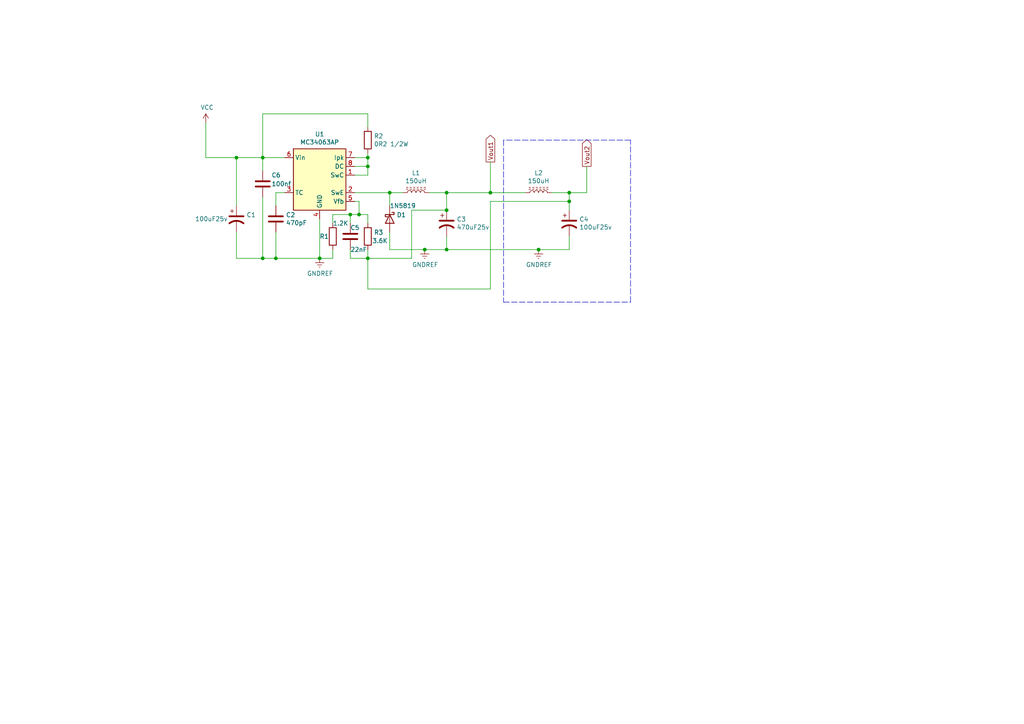
<source format=kicad_sch>
(kicad_sch (version 20211123) (generator eeschema)

  (uuid d0f1fbf4-8f6d-4ead-b8ba-a67f2fb2095d)

  (paper "A4")

  (lib_symbols
    (symbol "Device:C" (pin_numbers hide) (pin_names (offset 0.254)) (in_bom yes) (on_board yes)
      (property "Reference" "C" (id 0) (at 0.635 2.54 0)
        (effects (font (size 1.27 1.27)) (justify left))
      )
      (property "Value" "C" (id 1) (at 0.635 -2.54 0)
        (effects (font (size 1.27 1.27)) (justify left))
      )
      (property "Footprint" "" (id 2) (at 0.9652 -3.81 0)
        (effects (font (size 1.27 1.27)) hide)
      )
      (property "Datasheet" "~" (id 3) (at 0 0 0)
        (effects (font (size 1.27 1.27)) hide)
      )
      (property "ki_keywords" "cap capacitor" (id 4) (at 0 0 0)
        (effects (font (size 1.27 1.27)) hide)
      )
      (property "ki_description" "Unpolarized capacitor" (id 5) (at 0 0 0)
        (effects (font (size 1.27 1.27)) hide)
      )
      (property "ki_fp_filters" "C_*" (id 6) (at 0 0 0)
        (effects (font (size 1.27 1.27)) hide)
      )
      (symbol "C_0_1"
        (polyline
          (pts
            (xy -2.032 -0.762)
            (xy 2.032 -0.762)
          )
          (stroke (width 0.508) (type default) (color 0 0 0 0))
          (fill (type none))
        )
        (polyline
          (pts
            (xy -2.032 0.762)
            (xy 2.032 0.762)
          )
          (stroke (width 0.508) (type default) (color 0 0 0 0))
          (fill (type none))
        )
      )
      (symbol "C_1_1"
        (pin passive line (at 0 3.81 270) (length 2.794)
          (name "~" (effects (font (size 1.27 1.27))))
          (number "1" (effects (font (size 1.27 1.27))))
        )
        (pin passive line (at 0 -3.81 90) (length 2.794)
          (name "~" (effects (font (size 1.27 1.27))))
          (number "2" (effects (font (size 1.27 1.27))))
        )
      )
    )
    (symbol "Device:D_Schottky" (pin_numbers hide) (pin_names (offset 1.016) hide) (in_bom yes) (on_board yes)
      (property "Reference" "D" (id 0) (at 0 2.54 0)
        (effects (font (size 1.27 1.27)))
      )
      (property "Value" "D_Schottky" (id 1) (at 0 -2.54 0)
        (effects (font (size 1.27 1.27)))
      )
      (property "Footprint" "" (id 2) (at 0 0 0)
        (effects (font (size 1.27 1.27)) hide)
      )
      (property "Datasheet" "~" (id 3) (at 0 0 0)
        (effects (font (size 1.27 1.27)) hide)
      )
      (property "ki_keywords" "diode Schottky" (id 4) (at 0 0 0)
        (effects (font (size 1.27 1.27)) hide)
      )
      (property "ki_description" "Schottky diode" (id 5) (at 0 0 0)
        (effects (font (size 1.27 1.27)) hide)
      )
      (property "ki_fp_filters" "TO-???* *_Diode_* *SingleDiode* D_*" (id 6) (at 0 0 0)
        (effects (font (size 1.27 1.27)) hide)
      )
      (symbol "D_Schottky_0_1"
        (polyline
          (pts
            (xy 1.27 0)
            (xy -1.27 0)
          )
          (stroke (width 0) (type default) (color 0 0 0 0))
          (fill (type none))
        )
        (polyline
          (pts
            (xy 1.27 1.27)
            (xy 1.27 -1.27)
            (xy -1.27 0)
            (xy 1.27 1.27)
          )
          (stroke (width 0.254) (type default) (color 0 0 0 0))
          (fill (type none))
        )
        (polyline
          (pts
            (xy -1.905 0.635)
            (xy -1.905 1.27)
            (xy -1.27 1.27)
            (xy -1.27 -1.27)
            (xy -0.635 -1.27)
            (xy -0.635 -0.635)
          )
          (stroke (width 0.254) (type default) (color 0 0 0 0))
          (fill (type none))
        )
      )
      (symbol "D_Schottky_1_1"
        (pin passive line (at -3.81 0 0) (length 2.54)
          (name "K" (effects (font (size 1.27 1.27))))
          (number "1" (effects (font (size 1.27 1.27))))
        )
        (pin passive line (at 3.81 0 180) (length 2.54)
          (name "A" (effects (font (size 1.27 1.27))))
          (number "2" (effects (font (size 1.27 1.27))))
        )
      )
    )
    (symbol "Device:R" (pin_numbers hide) (pin_names (offset 0)) (in_bom yes) (on_board yes)
      (property "Reference" "R" (id 0) (at 2.032 0 90)
        (effects (font (size 1.27 1.27)))
      )
      (property "Value" "R" (id 1) (at 0 0 90)
        (effects (font (size 1.27 1.27)))
      )
      (property "Footprint" "" (id 2) (at -1.778 0 90)
        (effects (font (size 1.27 1.27)) hide)
      )
      (property "Datasheet" "~" (id 3) (at 0 0 0)
        (effects (font (size 1.27 1.27)) hide)
      )
      (property "ki_keywords" "R res resistor" (id 4) (at 0 0 0)
        (effects (font (size 1.27 1.27)) hide)
      )
      (property "ki_description" "Resistor" (id 5) (at 0 0 0)
        (effects (font (size 1.27 1.27)) hide)
      )
      (property "ki_fp_filters" "R_*" (id 6) (at 0 0 0)
        (effects (font (size 1.27 1.27)) hide)
      )
      (symbol "R_0_1"
        (rectangle (start -1.016 -2.54) (end 1.016 2.54)
          (stroke (width 0.254) (type default) (color 0 0 0 0))
          (fill (type none))
        )
      )
      (symbol "R_1_1"
        (pin passive line (at 0 3.81 270) (length 1.27)
          (name "~" (effects (font (size 1.27 1.27))))
          (number "1" (effects (font (size 1.27 1.27))))
        )
        (pin passive line (at 0 -3.81 90) (length 1.27)
          (name "~" (effects (font (size 1.27 1.27))))
          (number "2" (effects (font (size 1.27 1.27))))
        )
      )
    )
    (symbol "MC34063_Buck-rescue:CP1-Device" (pin_numbers hide) (pin_names (offset 0.254) hide) (in_bom yes) (on_board yes)
      (property "Reference" "C" (id 0) (at 0.635 2.54 0)
        (effects (font (size 1.27 1.27)) (justify left))
      )
      (property "Value" "CP1-Device" (id 1) (at 0.635 -2.54 0)
        (effects (font (size 1.27 1.27)) (justify left))
      )
      (property "Footprint" "" (id 2) (at 0 0 0)
        (effects (font (size 1.27 1.27)) hide)
      )
      (property "Datasheet" "" (id 3) (at 0 0 0)
        (effects (font (size 1.27 1.27)) hide)
      )
      (property "ki_fp_filters" "CP_*" (id 4) (at 0 0 0)
        (effects (font (size 1.27 1.27)) hide)
      )
      (symbol "CP1-Device_0_1"
        (polyline
          (pts
            (xy -2.032 0.762)
            (xy 2.032 0.762)
          )
          (stroke (width 0.508) (type default) (color 0 0 0 0))
          (fill (type none))
        )
        (polyline
          (pts
            (xy -1.778 2.286)
            (xy -0.762 2.286)
          )
          (stroke (width 0) (type default) (color 0 0 0 0))
          (fill (type none))
        )
        (polyline
          (pts
            (xy -1.27 1.778)
            (xy -1.27 2.794)
          )
          (stroke (width 0) (type default) (color 0 0 0 0))
          (fill (type none))
        )
        (arc (start 2.032 -1.27) (mid 0 -0.5572) (end -2.032 -1.27)
          (stroke (width 0.508) (type default) (color 0 0 0 0))
          (fill (type none))
        )
      )
      (symbol "CP1-Device_1_1"
        (pin passive line (at 0 3.81 270) (length 2.794)
          (name "~" (effects (font (size 1.27 1.27))))
          (number "1" (effects (font (size 1.27 1.27))))
        )
        (pin passive line (at 0 -3.81 90) (length 3.302)
          (name "~" (effects (font (size 1.27 1.27))))
          (number "2" (effects (font (size 1.27 1.27))))
        )
      )
    )
    (symbol "MC34063_Buck-rescue:L_Core_Ferrite-Device" (pin_numbers hide) (pin_names (offset 1.016) hide) (in_bom yes) (on_board yes)
      (property "Reference" "L" (id 0) (at -1.27 0 90)
        (effects (font (size 1.27 1.27)))
      )
      (property "Value" "L_Core_Ferrite-Device" (id 1) (at 2.794 0 90)
        (effects (font (size 1.27 1.27)))
      )
      (property "Footprint" "" (id 2) (at 0 0 0)
        (effects (font (size 1.27 1.27)) hide)
      )
      (property "Datasheet" "" (id 3) (at 0 0 0)
        (effects (font (size 1.27 1.27)) hide)
      )
      (property "ki_fp_filters" "Choke_* *Coil* Inductor_* L_*" (id 4) (at 0 0 0)
        (effects (font (size 1.27 1.27)) hide)
      )
      (symbol "L_Core_Ferrite-Device_0_1"
        (arc (start 0 -2.54) (mid 0.635 -1.905) (end 0 -1.27)
          (stroke (width 0) (type default) (color 0 0 0 0))
          (fill (type none))
        )
        (arc (start 0 -1.27) (mid 0.635 -0.635) (end 0 0)
          (stroke (width 0) (type default) (color 0 0 0 0))
          (fill (type none))
        )
        (polyline
          (pts
            (xy 1.016 -2.794)
            (xy 1.016 -2.286)
          )
          (stroke (width 0) (type default) (color 0 0 0 0))
          (fill (type none))
        )
        (polyline
          (pts
            (xy 1.016 -1.778)
            (xy 1.016 -1.27)
          )
          (stroke (width 0) (type default) (color 0 0 0 0))
          (fill (type none))
        )
        (polyline
          (pts
            (xy 1.016 -0.762)
            (xy 1.016 -0.254)
          )
          (stroke (width 0) (type default) (color 0 0 0 0))
          (fill (type none))
        )
        (polyline
          (pts
            (xy 1.016 0.254)
            (xy 1.016 0.762)
          )
          (stroke (width 0) (type default) (color 0 0 0 0))
          (fill (type none))
        )
        (polyline
          (pts
            (xy 1.016 1.27)
            (xy 1.016 1.778)
          )
          (stroke (width 0) (type default) (color 0 0 0 0))
          (fill (type none))
        )
        (polyline
          (pts
            (xy 1.016 2.286)
            (xy 1.016 2.794)
          )
          (stroke (width 0) (type default) (color 0 0 0 0))
          (fill (type none))
        )
        (polyline
          (pts
            (xy 1.524 -2.286)
            (xy 1.524 -2.794)
          )
          (stroke (width 0) (type default) (color 0 0 0 0))
          (fill (type none))
        )
        (polyline
          (pts
            (xy 1.524 -1.27)
            (xy 1.524 -1.778)
          )
          (stroke (width 0) (type default) (color 0 0 0 0))
          (fill (type none))
        )
        (polyline
          (pts
            (xy 1.524 -0.254)
            (xy 1.524 -0.762)
          )
          (stroke (width 0) (type default) (color 0 0 0 0))
          (fill (type none))
        )
        (polyline
          (pts
            (xy 1.524 0.762)
            (xy 1.524 0.254)
          )
          (stroke (width 0) (type default) (color 0 0 0 0))
          (fill (type none))
        )
        (polyline
          (pts
            (xy 1.524 1.778)
            (xy 1.524 1.27)
          )
          (stroke (width 0) (type default) (color 0 0 0 0))
          (fill (type none))
        )
        (polyline
          (pts
            (xy 1.524 2.794)
            (xy 1.524 2.286)
          )
          (stroke (width 0) (type default) (color 0 0 0 0))
          (fill (type none))
        )
        (arc (start 0 0) (mid 0.635 0.635) (end 0 1.27)
          (stroke (width 0) (type default) (color 0 0 0 0))
          (fill (type none))
        )
        (arc (start 0 1.27) (mid 0.635 1.905) (end 0 2.54)
          (stroke (width 0) (type default) (color 0 0 0 0))
          (fill (type none))
        )
      )
      (symbol "L_Core_Ferrite-Device_1_1"
        (pin passive line (at 0 3.81 270) (length 1.27)
          (name "1" (effects (font (size 1.27 1.27))))
          (number "1" (effects (font (size 1.27 1.27))))
        )
        (pin passive line (at 0 -3.81 90) (length 1.27)
          (name "2" (effects (font (size 1.27 1.27))))
          (number "2" (effects (font (size 1.27 1.27))))
        )
      )
    )
    (symbol "Regulator_Switching:MC34063AP" (in_bom yes) (on_board yes)
      (property "Reference" "U" (id 0) (at -7.62 8.89 0)
        (effects (font (size 1.27 1.27)) (justify left))
      )
      (property "Value" "MC34063AP" (id 1) (at 0 8.89 0)
        (effects (font (size 1.27 1.27)) (justify left))
      )
      (property "Footprint" "Package_DIP:DIP-8_W7.62mm" (id 2) (at 1.27 -11.43 0)
        (effects (font (size 1.27 1.27)) (justify left) hide)
      )
      (property "Datasheet" "http://www.onsemi.com/pub_link/Collateral/MC34063A-D.PDF" (id 3) (at 12.7 -2.54 0)
        (effects (font (size 1.27 1.27)) hide)
      )
      (property "ki_keywords" "smps buck boost inverting" (id 4) (at 0 0 0)
        (effects (font (size 1.27 1.27)) hide)
      )
      (property "ki_description" "1.5A, step-up/down/inverting switching regulator, 3-40V Vin, 100kHz, DIP-8" (id 5) (at 0 0 0)
        (effects (font (size 1.27 1.27)) hide)
      )
      (property "ki_fp_filters" "DIP*W7.62mm*" (id 6) (at 0 0 0)
        (effects (font (size 1.27 1.27)) hide)
      )
      (symbol "MC34063AP_0_1"
        (rectangle (start -7.62 7.62) (end 7.62 -10.16)
          (stroke (width 0.254) (type default) (color 0 0 0 0))
          (fill (type background))
        )
      )
      (symbol "MC34063AP_1_1"
        (pin open_collector line (at 10.16 0 180) (length 2.54)
          (name "SwC" (effects (font (size 1.27 1.27))))
          (number "1" (effects (font (size 1.27 1.27))))
        )
        (pin open_emitter line (at 10.16 -5.08 180) (length 2.54)
          (name "SwE" (effects (font (size 1.27 1.27))))
          (number "2" (effects (font (size 1.27 1.27))))
        )
        (pin passive line (at -10.16 -5.08 0) (length 2.54)
          (name "TC" (effects (font (size 1.27 1.27))))
          (number "3" (effects (font (size 1.27 1.27))))
        )
        (pin power_in line (at 0 -12.7 90) (length 2.54)
          (name "GND" (effects (font (size 1.27 1.27))))
          (number "4" (effects (font (size 1.27 1.27))))
        )
        (pin input line (at 10.16 -7.62 180) (length 2.54)
          (name "Vfb" (effects (font (size 1.27 1.27))))
          (number "5" (effects (font (size 1.27 1.27))))
        )
        (pin power_in line (at -10.16 5.08 0) (length 2.54)
          (name "Vin" (effects (font (size 1.27 1.27))))
          (number "6" (effects (font (size 1.27 1.27))))
        )
        (pin input line (at 10.16 5.08 180) (length 2.54)
          (name "Ipk" (effects (font (size 1.27 1.27))))
          (number "7" (effects (font (size 1.27 1.27))))
        )
        (pin open_collector line (at 10.16 2.54 180) (length 2.54)
          (name "DC" (effects (font (size 1.27 1.27))))
          (number "8" (effects (font (size 1.27 1.27))))
        )
      )
    )
    (symbol "power:GNDREF" (power) (pin_names (offset 0)) (in_bom yes) (on_board yes)
      (property "Reference" "#PWR" (id 0) (at 0 -6.35 0)
        (effects (font (size 1.27 1.27)) hide)
      )
      (property "Value" "GNDREF" (id 1) (at 0 -3.81 0)
        (effects (font (size 1.27 1.27)))
      )
      (property "Footprint" "" (id 2) (at 0 0 0)
        (effects (font (size 1.27 1.27)) hide)
      )
      (property "Datasheet" "" (id 3) (at 0 0 0)
        (effects (font (size 1.27 1.27)) hide)
      )
      (property "ki_keywords" "power-flag" (id 4) (at 0 0 0)
        (effects (font (size 1.27 1.27)) hide)
      )
      (property "ki_description" "Power symbol creates a global label with name \"GNDREF\" , reference supply ground" (id 5) (at 0 0 0)
        (effects (font (size 1.27 1.27)) hide)
      )
      (symbol "GNDREF_0_1"
        (polyline
          (pts
            (xy -0.635 -1.905)
            (xy 0.635 -1.905)
          )
          (stroke (width 0) (type default) (color 0 0 0 0))
          (fill (type none))
        )
        (polyline
          (pts
            (xy -0.127 -2.54)
            (xy 0.127 -2.54)
          )
          (stroke (width 0) (type default) (color 0 0 0 0))
          (fill (type none))
        )
        (polyline
          (pts
            (xy 0 -1.27)
            (xy 0 0)
          )
          (stroke (width 0) (type default) (color 0 0 0 0))
          (fill (type none))
        )
        (polyline
          (pts
            (xy 1.27 -1.27)
            (xy -1.27 -1.27)
          )
          (stroke (width 0) (type default) (color 0 0 0 0))
          (fill (type none))
        )
      )
      (symbol "GNDREF_1_1"
        (pin power_in line (at 0 0 270) (length 0) hide
          (name "GNDREF" (effects (font (size 1.27 1.27))))
          (number "1" (effects (font (size 1.27 1.27))))
        )
      )
    )
    (symbol "power:VCC" (power) (pin_names (offset 0)) (in_bom yes) (on_board yes)
      (property "Reference" "#PWR" (id 0) (at 0 -3.81 0)
        (effects (font (size 1.27 1.27)) hide)
      )
      (property "Value" "VCC" (id 1) (at 0 3.81 0)
        (effects (font (size 1.27 1.27)))
      )
      (property "Footprint" "" (id 2) (at 0 0 0)
        (effects (font (size 1.27 1.27)) hide)
      )
      (property "Datasheet" "" (id 3) (at 0 0 0)
        (effects (font (size 1.27 1.27)) hide)
      )
      (property "ki_keywords" "power-flag" (id 4) (at 0 0 0)
        (effects (font (size 1.27 1.27)) hide)
      )
      (property "ki_description" "Power symbol creates a global label with name \"VCC\"" (id 5) (at 0 0 0)
        (effects (font (size 1.27 1.27)) hide)
      )
      (symbol "VCC_0_1"
        (polyline
          (pts
            (xy -0.762 1.27)
            (xy 0 2.54)
          )
          (stroke (width 0) (type default) (color 0 0 0 0))
          (fill (type none))
        )
        (polyline
          (pts
            (xy 0 0)
            (xy 0 2.54)
          )
          (stroke (width 0) (type default) (color 0 0 0 0))
          (fill (type none))
        )
        (polyline
          (pts
            (xy 0 2.54)
            (xy 0.762 1.27)
          )
          (stroke (width 0) (type default) (color 0 0 0 0))
          (fill (type none))
        )
      )
      (symbol "VCC_1_1"
        (pin power_in line (at 0 0 90) (length 0) hide
          (name "VCC" (effects (font (size 1.27 1.27))))
          (number "1" (effects (font (size 1.27 1.27))))
        )
      )
    )
  )

  (junction (at 123.19 72.39) (diameter 0) (color 0 0 0 0)
    (uuid 12e56d93-7b5d-4950-bccb-f76b4ba953c4)
  )
  (junction (at 106.68 45.72) (diameter 0) (color 0 0 0 0)
    (uuid 27599685-ddea-4196-8e12-bc629624f35d)
  )
  (junction (at 142.24 55.88) (diameter 0) (color 0 0 0 0)
    (uuid 28d05f9c-13a6-4cf8-b21b-3466cc3aacba)
  )
  (junction (at 165.1 58.42) (diameter 0) (color 0 0 0 0)
    (uuid 2dc119f4-b872-498e-af83-aaec63c999de)
  )
  (junction (at 129.54 72.39) (diameter 0) (color 0 0 0 0)
    (uuid 2dea36b7-9768-442e-93c0-6c59709b1199)
  )
  (junction (at 76.2 45.72) (diameter 0) (color 0 0 0 0)
    (uuid 3fe682f9-4785-428d-ab79-87aa02ae821c)
  )
  (junction (at 156.21 72.39) (diameter 0) (color 0 0 0 0)
    (uuid 4236ded3-45d4-48e6-8e7f-e2c514619b20)
  )
  (junction (at 80.01 74.93) (diameter 0) (color 0 0 0 0)
    (uuid 4d874db1-8804-4e1f-8344-a1af50c5da8e)
  )
  (junction (at 104.14 62.23) (diameter 0) (color 0 0 0 0)
    (uuid 5e9f5754-38e2-4e73-9977-cd2b3eac7e2e)
  )
  (junction (at 101.6 62.23) (diameter 0) (color 0 0 0 0)
    (uuid 65b49179-e04e-44a3-a7b9-1a12b90405b1)
  )
  (junction (at 106.68 74.93) (diameter 0) (color 0 0 0 0)
    (uuid 75cec920-a866-4836-bced-ab746f8eb95d)
  )
  (junction (at 76.2 74.93) (diameter 0) (color 0 0 0 0)
    (uuid 843bd724-4630-4850-8ced-469be419d000)
  )
  (junction (at 165.1 55.88) (diameter 0) (color 0 0 0 0)
    (uuid aa311872-45eb-4f62-8d64-056aa2ccf8fb)
  )
  (junction (at 129.54 60.96) (diameter 0) (color 0 0 0 0)
    (uuid b87026a4-d28d-4bcd-ab17-4c8fdd158b0c)
  )
  (junction (at 68.58 45.72) (diameter 0) (color 0 0 0 0)
    (uuid b92a492e-5627-47b1-bec0-a609a8265f61)
  )
  (junction (at 106.68 48.26) (diameter 0) (color 0 0 0 0)
    (uuid ca7b40f6-62e2-4a3a-8035-2f5b17c0f04c)
  )
  (junction (at 113.03 55.88) (diameter 0) (color 0 0 0 0)
    (uuid ce91095a-c72d-4f69-8e1c-87af28511ef6)
  )
  (junction (at 129.54 55.88) (diameter 0) (color 0 0 0 0)
    (uuid de72bf49-7318-47e0-93a1-49663b5e6e95)
  )
  (junction (at 92.71 74.93) (diameter 0) (color 0 0 0 0)
    (uuid fa4c4070-1c97-4dd1-a97b-cc4a8adeda93)
  )

  (wire (pts (xy 76.2 49.53) (xy 76.2 45.72))
    (stroke (width 0) (type default) (color 0 0 0 0))
    (uuid 0035a027-e7ab-4e5d-8be0-080bb70214d3)
  )
  (wire (pts (xy 96.52 72.39) (xy 96.52 74.93))
    (stroke (width 0) (type default) (color 0 0 0 0))
    (uuid 00a58bab-651e-4631-9689-aea37374d021)
  )
  (wire (pts (xy 129.54 72.39) (xy 123.19 72.39))
    (stroke (width 0) (type default) (color 0 0 0 0))
    (uuid 050fc336-cea6-45b0-835a-7e1ba7ca71f4)
  )
  (wire (pts (xy 104.14 62.23) (xy 106.68 62.23))
    (stroke (width 0) (type default) (color 0 0 0 0))
    (uuid 0bd26d31-4a05-4abf-86a6-883afa578101)
  )
  (wire (pts (xy 119.38 74.93) (xy 106.68 74.93))
    (stroke (width 0) (type default) (color 0 0 0 0))
    (uuid 0f83aaff-5306-4f50-806c-73a7d99c245e)
  )
  (wire (pts (xy 165.1 68.58) (xy 165.1 72.39))
    (stroke (width 0) (type default) (color 0 0 0 0))
    (uuid 1ff152e6-16f7-455d-87d8-2fd2415d0ee5)
  )
  (wire (pts (xy 142.24 55.88) (xy 152.4 55.88))
    (stroke (width 0) (type default) (color 0 0 0 0))
    (uuid 2273d4ab-5197-43b6-a26b-49f84edb98a4)
  )
  (wire (pts (xy 106.68 44.45) (xy 106.68 45.72))
    (stroke (width 0) (type default) (color 0 0 0 0))
    (uuid 25ef33b3-38d0-4866-aa90-dcdc3899fe7a)
  )
  (wire (pts (xy 142.24 58.42) (xy 142.24 83.82))
    (stroke (width 0) (type default) (color 0 0 0 0))
    (uuid 2b36a58a-7074-4ccc-8f76-09b66fe996d2)
  )
  (wire (pts (xy 116.84 55.88) (xy 113.03 55.88))
    (stroke (width 0) (type default) (color 0 0 0 0))
    (uuid 3063488d-3945-44ba-892b-0842ede60884)
  )
  (wire (pts (xy 76.2 45.72) (xy 76.2 33.02))
    (stroke (width 0) (type default) (color 0 0 0 0))
    (uuid 33b2ecd3-fb75-4273-bfef-4bbb162af966)
  )
  (wire (pts (xy 170.18 55.88) (xy 165.1 55.88))
    (stroke (width 0) (type default) (color 0 0 0 0))
    (uuid 36c44896-0e35-4796-8958-68234615426e)
  )
  (wire (pts (xy 129.54 68.58) (xy 129.54 72.39))
    (stroke (width 0) (type default) (color 0 0 0 0))
    (uuid 3c5b9adb-d596-4716-9b7a-ec633f33d4ac)
  )
  (wire (pts (xy 101.6 62.23) (xy 104.14 62.23))
    (stroke (width 0) (type default) (color 0 0 0 0))
    (uuid 3faa46c7-4c6e-4b68-bae3-ea544de938ea)
  )
  (wire (pts (xy 113.03 55.88) (xy 102.87 55.88))
    (stroke (width 0) (type default) (color 0 0 0 0))
    (uuid 45b2c12c-b246-49af-9dab-08a5bbee69de)
  )
  (wire (pts (xy 106.68 83.82) (xy 106.68 74.93))
    (stroke (width 0) (type default) (color 0 0 0 0))
    (uuid 46a7b7f2-d2ae-4e4a-b442-b0487b26a97d)
  )
  (wire (pts (xy 160.02 55.88) (xy 165.1 55.88))
    (stroke (width 0) (type default) (color 0 0 0 0))
    (uuid 4a3d575c-041a-4c9d-be77-35e0707c798f)
  )
  (wire (pts (xy 96.52 74.93) (xy 92.71 74.93))
    (stroke (width 0) (type default) (color 0 0 0 0))
    (uuid 4b285ee0-9049-4d0a-ae59-b0e35170bd21)
  )
  (wire (pts (xy 165.1 55.88) (xy 165.1 58.42))
    (stroke (width 0) (type default) (color 0 0 0 0))
    (uuid 4f16f74e-2c73-4e12-8876-02731882f2ae)
  )
  (wire (pts (xy 92.71 63.5) (xy 92.71 74.93))
    (stroke (width 0) (type default) (color 0 0 0 0))
    (uuid 4feb3ae3-b8a1-4b2a-b043-a70531146249)
  )
  (wire (pts (xy 104.14 58.42) (xy 104.14 62.23))
    (stroke (width 0) (type default) (color 0 0 0 0))
    (uuid 578e3e0d-ed80-4338-b900-ccb814623225)
  )
  (wire (pts (xy 124.46 55.88) (xy 129.54 55.88))
    (stroke (width 0) (type default) (color 0 0 0 0))
    (uuid 5a866e41-a401-4a8c-b0e8-61865396e590)
  )
  (wire (pts (xy 101.6 64.77) (xy 101.6 62.23))
    (stroke (width 0) (type default) (color 0 0 0 0))
    (uuid 5a948daf-4e80-4282-b08c-9327747f6087)
  )
  (wire (pts (xy 106.68 48.26) (xy 106.68 45.72))
    (stroke (width 0) (type default) (color 0 0 0 0))
    (uuid 60691bff-f2be-42ad-9d6c-64d7c8d4fcac)
  )
  (wire (pts (xy 129.54 55.88) (xy 142.24 55.88))
    (stroke (width 0) (type default) (color 0 0 0 0))
    (uuid 632c27f2-02ef-499f-bcdc-a285da0818b5)
  )
  (wire (pts (xy 106.68 33.02) (xy 106.68 36.83))
    (stroke (width 0) (type default) (color 0 0 0 0))
    (uuid 65092f71-8106-4019-8b16-5f2ea48b1fec)
  )
  (wire (pts (xy 165.1 58.42) (xy 165.1 60.96))
    (stroke (width 0) (type default) (color 0 0 0 0))
    (uuid 656f3886-b9c4-40dc-8000-9e9187cd1575)
  )
  (wire (pts (xy 113.03 72.39) (xy 113.03 67.31))
    (stroke (width 0) (type default) (color 0 0 0 0))
    (uuid 70cfbda4-20ec-414e-aa2f-f60232b4ac57)
  )
  (wire (pts (xy 142.24 83.82) (xy 106.68 83.82))
    (stroke (width 0) (type default) (color 0 0 0 0))
    (uuid 73aa1ab1-1e1e-4a0c-9d63-1dc463e18c56)
  )
  (wire (pts (xy 96.52 64.77) (xy 96.52 62.23))
    (stroke (width 0) (type default) (color 0 0 0 0))
    (uuid 7dc66316-c407-458b-ae75-0f13639097ad)
  )
  (wire (pts (xy 113.03 59.69) (xy 113.03 55.88))
    (stroke (width 0) (type default) (color 0 0 0 0))
    (uuid 7e594913-9e48-43aa-ac39-a21213962115)
  )
  (wire (pts (xy 76.2 33.02) (xy 106.68 33.02))
    (stroke (width 0) (type default) (color 0 0 0 0))
    (uuid 8875b0da-889e-4a8e-9168-67738953776c)
  )
  (wire (pts (xy 165.1 58.42) (xy 142.24 58.42))
    (stroke (width 0) (type default) (color 0 0 0 0))
    (uuid 88ea0501-dadf-47ec-a6f2-c82265945446)
  )
  (wire (pts (xy 101.6 72.39) (xy 101.6 74.93))
    (stroke (width 0) (type default) (color 0 0 0 0))
    (uuid 8a2615b4-25f6-4882-a13f-b791faf28c18)
  )
  (wire (pts (xy 106.68 64.77) (xy 106.68 62.23))
    (stroke (width 0) (type default) (color 0 0 0 0))
    (uuid 8b156243-6c78-4656-b041-0e3e35215070)
  )
  (wire (pts (xy 68.58 59.69) (xy 68.58 45.72))
    (stroke (width 0) (type default) (color 0 0 0 0))
    (uuid 8bbc94bd-6485-4173-974b-36ad2d3f5d34)
  )
  (wire (pts (xy 129.54 60.96) (xy 119.38 60.96))
    (stroke (width 0) (type default) (color 0 0 0 0))
    (uuid 93665abb-8e3c-4c04-811b-c75d80f8b923)
  )
  (wire (pts (xy 80.01 55.88) (xy 80.01 59.69))
    (stroke (width 0) (type default) (color 0 0 0 0))
    (uuid 9afb2922-5ad7-473b-b160-de3809907d3b)
  )
  (wire (pts (xy 106.68 50.8) (xy 106.68 48.26))
    (stroke (width 0) (type default) (color 0 0 0 0))
    (uuid 9d1f77e8-a150-4771-b303-3f61ac8b37f7)
  )
  (wire (pts (xy 170.18 48.26) (xy 170.18 55.88))
    (stroke (width 0) (type default) (color 0 0 0 0))
    (uuid a0a57ef9-9ea4-4071-8b0c-858c8dcf4d13)
  )
  (wire (pts (xy 76.2 57.15) (xy 76.2 74.93))
    (stroke (width 0) (type default) (color 0 0 0 0))
    (uuid a3200913-98c4-46e8-b72b-e726e23e370d)
  )
  (polyline (pts (xy 146.05 87.63) (xy 182.88 87.63))
    (stroke (width 0) (type default) (color 0 0 0 0))
    (uuid a3d20dde-6e2b-48d7-96fc-831c38ab2782)
  )

  (wire (pts (xy 80.01 67.31) (xy 80.01 74.93))
    (stroke (width 0) (type default) (color 0 0 0 0))
    (uuid a555e05d-2709-48e3-a98c-371272c6ae9a)
  )
  (polyline (pts (xy 182.88 87.63) (xy 182.88 40.64))
    (stroke (width 0) (type default) (color 0 0 0 0))
    (uuid a8977f1e-3ba1-42f3-8a22-6648e1ec1ff3)
  )

  (wire (pts (xy 102.87 58.42) (xy 104.14 58.42))
    (stroke (width 0) (type default) (color 0 0 0 0))
    (uuid b2c397af-0f41-44f0-813d-95ff00be085b)
  )
  (wire (pts (xy 96.52 62.23) (xy 101.6 62.23))
    (stroke (width 0) (type default) (color 0 0 0 0))
    (uuid ba796691-1669-4a60-9187-6d925fa63dfc)
  )
  (wire (pts (xy 82.55 45.72) (xy 76.2 45.72))
    (stroke (width 0) (type default) (color 0 0 0 0))
    (uuid bd7ae477-5db4-4e0e-896a-a51f6880d6b1)
  )
  (wire (pts (xy 119.38 60.96) (xy 119.38 74.93))
    (stroke (width 0) (type default) (color 0 0 0 0))
    (uuid be73eafd-f1ed-4fb8-a040-f43ffc7c3402)
  )
  (polyline (pts (xy 146.05 40.64) (xy 146.05 87.63))
    (stroke (width 0) (type default) (color 0 0 0 0))
    (uuid be80c6f5-99f2-46c2-9630-ab1dbdb03f0e)
  )

  (wire (pts (xy 80.01 74.93) (xy 92.71 74.93))
    (stroke (width 0) (type default) (color 0 0 0 0))
    (uuid c1225987-69c8-4794-be14-94bef1e9c65b)
  )
  (wire (pts (xy 59.69 35.56) (xy 59.69 45.72))
    (stroke (width 0) (type default) (color 0 0 0 0))
    (uuid c1a45ab8-22a7-4cd7-b7dc-7dd615bb59bf)
  )
  (wire (pts (xy 156.21 72.39) (xy 129.54 72.39))
    (stroke (width 0) (type default) (color 0 0 0 0))
    (uuid c52cd0c0-c74a-4cb9-a3b1-c9047698aa1c)
  )
  (wire (pts (xy 106.68 45.72) (xy 102.87 45.72))
    (stroke (width 0) (type default) (color 0 0 0 0))
    (uuid ca72515d-6568-4a9f-9045-c9971ac178d9)
  )
  (polyline (pts (xy 182.88 40.64) (xy 146.05 40.64))
    (stroke (width 0) (type default) (color 0 0 0 0))
    (uuid cef4b91e-5964-4c2b-88ab-88b7307865b5)
  )

  (wire (pts (xy 68.58 67.31) (xy 68.58 74.93))
    (stroke (width 0) (type default) (color 0 0 0 0))
    (uuid d20b51dd-ab10-4dba-ac59-d2f5ad9f8659)
  )
  (wire (pts (xy 123.19 72.39) (xy 113.03 72.39))
    (stroke (width 0) (type default) (color 0 0 0 0))
    (uuid d8b020ee-9eb9-4e33-9cd1-fd95d372fd2c)
  )
  (wire (pts (xy 102.87 50.8) (xy 106.68 50.8))
    (stroke (width 0) (type default) (color 0 0 0 0))
    (uuid da4c105c-ac64-432a-a2da-9ad9438b3329)
  )
  (wire (pts (xy 101.6 74.93) (xy 106.68 74.93))
    (stroke (width 0) (type default) (color 0 0 0 0))
    (uuid dbb138d5-e761-47fd-9dab-b52f59f2fbbe)
  )
  (wire (pts (xy 59.69 45.72) (xy 68.58 45.72))
    (stroke (width 0) (type default) (color 0 0 0 0))
    (uuid e125b25a-0e17-4695-b517-78eab1a28691)
  )
  (wire (pts (xy 106.68 74.93) (xy 106.68 72.39))
    (stroke (width 0) (type default) (color 0 0 0 0))
    (uuid ebe09a15-f59c-473d-939b-803971f3e1b6)
  )
  (wire (pts (xy 82.55 55.88) (xy 80.01 55.88))
    (stroke (width 0) (type default) (color 0 0 0 0))
    (uuid ee6fc9f1-6ec3-463b-9c2c-a3c3fdc57408)
  )
  (wire (pts (xy 68.58 45.72) (xy 76.2 45.72))
    (stroke (width 0) (type default) (color 0 0 0 0))
    (uuid f529d6f8-e6c2-441e-b6bd-454720bbc020)
  )
  (wire (pts (xy 76.2 74.93) (xy 80.01 74.93))
    (stroke (width 0) (type default) (color 0 0 0 0))
    (uuid f9d5e170-4c44-468d-b628-9c2b3285d097)
  )
  (wire (pts (xy 142.24 46.99) (xy 142.24 55.88))
    (stroke (width 0) (type default) (color 0 0 0 0))
    (uuid fb2c69df-bf1a-4289-828f-6f9e2f840171)
  )
  (wire (pts (xy 68.58 74.93) (xy 76.2 74.93))
    (stroke (width 0) (type default) (color 0 0 0 0))
    (uuid fbefa9b9-ec14-4b7d-a7f1-fac4f6ba609a)
  )
  (wire (pts (xy 165.1 72.39) (xy 156.21 72.39))
    (stroke (width 0) (type default) (color 0 0 0 0))
    (uuid fbff2e54-e420-482d-8284-a35088bdfc86)
  )
  (wire (pts (xy 102.87 48.26) (xy 106.68 48.26))
    (stroke (width 0) (type default) (color 0 0 0 0))
    (uuid fc2a812b-f565-4355-8706-38df9f8c54a9)
  )
  (wire (pts (xy 129.54 55.88) (xy 129.54 60.96))
    (stroke (width 0) (type default) (color 0 0 0 0))
    (uuid fd7d1d31-00e6-46ca-a17d-b87c15351102)
  )

  (global_label "Vout2" (shape output) (at 170.18 48.26 90) (fields_autoplaced)
    (effects (font (size 1.27 1.27)) (justify left))
    (uuid 3e077725-95db-4025-9929-c01e68485156)
    (property "Intersheet References" "${INTERSHEET_REFS}" (id 0) (at 0 0 0)
      (effects (font (size 1.27 1.27)) hide)
    )
  )
  (global_label "Vout1" (shape output) (at 142.24 46.99 90) (fields_autoplaced)
    (effects (font (size 1.27 1.27)) (justify left))
    (uuid 85162119-526e-4a79-a805-af3a693169f0)
    (property "Intersheet References" "${INTERSHEET_REFS}" (id 0) (at 0 0 0)
      (effects (font (size 1.27 1.27)) hide)
    )
  )

  (symbol (lib_id "Regulator_Switching:MC34063AP") (at 92.71 50.8 0) (unit 1)
    (in_bom yes) (on_board yes)
    (uuid 00000000-0000-0000-0000-000062bf1c4a)
    (property "Reference" "U1" (id 0) (at 92.71 38.9382 0))
    (property "Value" "MC34063AP" (id 1) (at 92.71 41.2496 0))
    (property "Footprint" "Power_Integrations:PDIP-8" (id 2) (at 93.98 62.23 0)
      (effects (font (size 1.27 1.27)) (justify left) hide)
    )
    (property "Datasheet" "http://www.onsemi.com/pub_link/Collateral/MC34063A-D.PDF" (id 3) (at 105.41 53.34 0)
      (effects (font (size 1.27 1.27)) hide)
    )
    (pin "1" (uuid 32fbeddb-a6b4-44fc-aa17-ae6682426271))
    (pin "2" (uuid 75bf8e11-671d-41c9-8989-b90b99ed60e6))
    (pin "3" (uuid 4fa0ac28-ce73-4058-8570-5ffcb2b97cbb))
    (pin "4" (uuid c9e28ced-08d8-4dc3-955c-1f5513d9e2b5))
    (pin "5" (uuid e06cd1fe-11fc-408d-b68e-cec1c7b01cf2))
    (pin "6" (uuid 305e49c3-1ae6-43c3-9e9b-ed82f03cba8f))
    (pin "7" (uuid 6399d631-eb57-478f-a0f0-3ee60143296b))
    (pin "8" (uuid ddfd30af-cd04-4e05-bf4b-02d09fef9e41))
  )

  (symbol (lib_id "Device:R") (at 106.68 40.64 0) (unit 1)
    (in_bom yes) (on_board yes)
    (uuid 00000000-0000-0000-0000-000062bf2682)
    (property "Reference" "R2" (id 0) (at 108.458 39.4716 0)
      (effects (font (size 1.27 1.27)) (justify left))
    )
    (property "Value" "0R2 1/2W" (id 1) (at 108.458 41.783 0)
      (effects (font (size 1.27 1.27)) (justify left))
    )
    (property "Footprint" "Resistors_ThroughHole:R_Axial_DIN0411_L9.9mm_D3.6mm_P5.08mm_Vertical" (id 2) (at 104.902 40.64 90)
      (effects (font (size 1.27 1.27)) hide)
    )
    (property "Datasheet" "~" (id 3) (at 106.68 40.64 0)
      (effects (font (size 1.27 1.27)) hide)
    )
    (pin "1" (uuid 15920984-17c4-4412-a55e-93136c302f7b))
    (pin "2" (uuid c9431389-803b-4782-942b-8b98810bd4c6))
  )

  (symbol (lib_id "Device:R") (at 96.52 68.58 0) (unit 1)
    (in_bom yes) (on_board yes)
    (uuid 00000000-0000-0000-0000-000062bf2d43)
    (property "Reference" "R1" (id 0) (at 92.71 68.58 0)
      (effects (font (size 1.27 1.27)) (justify left))
    )
    (property "Value" "1.2K" (id 1) (at 96.52 64.77 0)
      (effects (font (size 1.27 1.27)) (justify left))
    )
    (property "Footprint" "Resistors_ThroughHole:R_Axial_DIN0204_L3.6mm_D1.6mm_P7.62mm_Horizontal" (id 2) (at 94.742 68.58 90)
      (effects (font (size 1.27 1.27)) hide)
    )
    (property "Datasheet" "~" (id 3) (at 96.52 68.58 0)
      (effects (font (size 1.27 1.27)) hide)
    )
    (pin "1" (uuid f667d8a9-0fdb-4194-a20b-ff9f943d8dfe))
    (pin "2" (uuid 4c5bcb0d-d2f6-45de-a8f3-ea3db7403ff8))
  )

  (symbol (lib_id "Device:R") (at 106.68 68.58 0) (unit 1)
    (in_bom yes) (on_board yes)
    (uuid 00000000-0000-0000-0000-000062bf378b)
    (property "Reference" "R3" (id 0) (at 108.458 67.4116 0)
      (effects (font (size 1.27 1.27)) (justify left))
    )
    (property "Value" "3.6K" (id 1) (at 107.95 69.85 0)
      (effects (font (size 1.27 1.27)) (justify left))
    )
    (property "Footprint" "Resistors_ThroughHole:R_Axial_DIN0204_L3.6mm_D1.6mm_P7.62mm_Horizontal" (id 2) (at 104.902 68.58 90)
      (effects (font (size 1.27 1.27)) hide)
    )
    (property "Datasheet" "~" (id 3) (at 106.68 68.58 0)
      (effects (font (size 1.27 1.27)) hide)
    )
    (pin "1" (uuid baf78977-6b96-439c-826f-19a4029ec3bb))
    (pin "2" (uuid 33a3c61d-8636-4c19-82fe-c718a1750058))
  )

  (symbol (lib_id "power:VCC") (at 59.69 35.56 0) (unit 1)
    (in_bom yes) (on_board yes)
    (uuid 00000000-0000-0000-0000-000062bf47d7)
    (property "Reference" "#PWR0101" (id 0) (at 59.69 39.37 0)
      (effects (font (size 1.27 1.27)) hide)
    )
    (property "Value" "VCC" (id 1) (at 60.071 31.1658 0))
    (property "Footprint" "" (id 2) (at 59.69 35.56 0)
      (effects (font (size 1.27 1.27)) hide)
    )
    (property "Datasheet" "" (id 3) (at 59.69 35.56 0)
      (effects (font (size 1.27 1.27)) hide)
    )
    (pin "1" (uuid 9a252d75-adba-4b97-b78e-11559145c72e))
  )

  (symbol (lib_id "Device:C") (at 80.01 63.5 0) (unit 1)
    (in_bom yes) (on_board yes)
    (uuid 00000000-0000-0000-0000-000062bf559e)
    (property "Reference" "C2" (id 0) (at 82.931 62.3316 0)
      (effects (font (size 1.27 1.27)) (justify left))
    )
    (property "Value" "470pF" (id 1) (at 82.931 64.643 0)
      (effects (font (size 1.27 1.27)) (justify left))
    )
    (property "Footprint" "Capacitors_ThroughHole:C_Disc_D3.0mm_W1.6mm_P2.50mm" (id 2) (at 80.9752 67.31 0)
      (effects (font (size 1.27 1.27)) hide)
    )
    (property "Datasheet" "~" (id 3) (at 80.01 63.5 0)
      (effects (font (size 1.27 1.27)) hide)
    )
    (pin "1" (uuid 3d9227ee-93e7-422d-8b7a-a263c5fa584c))
    (pin "2" (uuid e9c98d99-98db-46a7-aef9-e116e5fd1a39))
  )

  (symbol (lib_id "MC34063_Buck-rescue:CP1-Device") (at 68.58 63.5 0) (unit 1)
    (in_bom yes) (on_board yes)
    (uuid 00000000-0000-0000-0000-000062bf5cba)
    (property "Reference" "C1" (id 0) (at 71.501 62.3316 0)
      (effects (font (size 1.27 1.27)) (justify left))
    )
    (property "Value" "100uF25v" (id 1) (at 66.04 63.5 0)
      (effects (font (size 1.27 1.27)) (justify right))
    )
    (property "Footprint" "Capacitors_ThroughHole:CP_Radial_D10.0mm_P5.00mm" (id 2) (at 68.58 63.5 0)
      (effects (font (size 1.27 1.27)) hide)
    )
    (property "Datasheet" "~" (id 3) (at 68.58 63.5 0)
      (effects (font (size 1.27 1.27)) hide)
    )
    (pin "1" (uuid 3ba780f8-877c-4271-8f2a-6d0362fee8e2))
    (pin "2" (uuid f932dafe-a0c3-43c9-8127-f08a042c72ea))
  )

  (symbol (lib_id "MC34063_Buck-rescue:CP1-Device") (at 165.1 64.77 0) (unit 1)
    (in_bom yes) (on_board yes)
    (uuid 00000000-0000-0000-0000-000062bf6390)
    (property "Reference" "C4" (id 0) (at 168.021 63.6016 0)
      (effects (font (size 1.27 1.27)) (justify left))
    )
    (property "Value" "100uF25v" (id 1) (at 168.021 65.913 0)
      (effects (font (size 1.27 1.27)) (justify left))
    )
    (property "Footprint" "Capacitors_ThroughHole:CP_Radial_D10.0mm_P5.00mm" (id 2) (at 165.1 64.77 0)
      (effects (font (size 1.27 1.27)) hide)
    )
    (property "Datasheet" "~" (id 3) (at 165.1 64.77 0)
      (effects (font (size 1.27 1.27)) hide)
    )
    (pin "1" (uuid 8a770314-747a-4b12-8830-dc2d13eaf009))
    (pin "2" (uuid f74b16f9-65e0-445c-9104-997f67559f5a))
  )

  (symbol (lib_id "MC34063_Buck-rescue:CP1-Device") (at 129.54 64.77 0) (unit 1)
    (in_bom yes) (on_board yes)
    (uuid 00000000-0000-0000-0000-000062bf67e2)
    (property "Reference" "C3" (id 0) (at 132.461 63.6016 0)
      (effects (font (size 1.27 1.27)) (justify left))
    )
    (property "Value" "470uF25v" (id 1) (at 132.461 65.913 0)
      (effects (font (size 1.27 1.27)) (justify left))
    )
    (property "Footprint" "Capacitors_ThroughHole:CP_Radial_D10.0mm_P5.00mm" (id 2) (at 129.54 64.77 0)
      (effects (font (size 1.27 1.27)) hide)
    )
    (property "Datasheet" "~" (id 3) (at 129.54 64.77 0)
      (effects (font (size 1.27 1.27)) hide)
    )
    (pin "1" (uuid 5038bfbb-e6d3-4c3f-a29f-56184cadbd8f))
    (pin "2" (uuid 6a327b31-c17d-42ee-8a20-a5f5d9b72f46))
  )

  (symbol (lib_id "Device:D_Schottky") (at 113.03 63.5 270) (unit 1)
    (in_bom yes) (on_board yes)
    (uuid 00000000-0000-0000-0000-000062bf6ed1)
    (property "Reference" "D1" (id 0) (at 115.062 62.3316 90)
      (effects (font (size 1.27 1.27)) (justify left))
    )
    (property "Value" "1N5819" (id 1) (at 113.03 59.69 90)
      (effects (font (size 1.27 1.27)) (justify left))
    )
    (property "Footprint" "Diodes_ThroughHole:D_5W_P5.08mm_Vertical_AnodeUp" (id 2) (at 113.03 63.5 0)
      (effects (font (size 1.27 1.27)) hide)
    )
    (property "Datasheet" "~" (id 3) (at 113.03 63.5 0)
      (effects (font (size 1.27 1.27)) hide)
    )
    (pin "1" (uuid e5145fb2-48fb-4fe6-a738-67f27ee2de03))
    (pin "2" (uuid ea71a9e8-396b-47fc-8334-0e3d9b4d67ea))
  )

  (symbol (lib_id "MC34063_Buck-rescue:L_Core_Ferrite-Device") (at 120.65 55.88 90) (unit 1)
    (in_bom yes) (on_board yes)
    (uuid 00000000-0000-0000-0000-000062bf789f)
    (property "Reference" "L1" (id 0) (at 120.65 50.165 90))
    (property "Value" "150uH" (id 1) (at 120.65 52.4764 90))
    (property "Footprint" "Inductors:INDUCTOR_V" (id 2) (at 120.65 55.88 0)
      (effects (font (size 1.27 1.27)) hide)
    )
    (property "Datasheet" "~" (id 3) (at 120.65 55.88 0)
      (effects (font (size 1.27 1.27)) hide)
    )
    (pin "1" (uuid 5bae6073-ed15-4b11-b059-df3363ec6b31))
    (pin "2" (uuid 6b63d4c5-a10c-4ebb-aead-8e0bf824bfe6))
  )

  (symbol (lib_id "power:GNDREF") (at 92.71 74.93 0) (unit 1)
    (in_bom yes) (on_board yes)
    (uuid 00000000-0000-0000-0000-000062c0503f)
    (property "Reference" "#PWR0102" (id 0) (at 92.71 81.28 0)
      (effects (font (size 1.27 1.27)) hide)
    )
    (property "Value" "GNDREF" (id 1) (at 92.837 79.3242 0))
    (property "Footprint" "" (id 2) (at 92.71 74.93 0)
      (effects (font (size 1.27 1.27)) hide)
    )
    (property "Datasheet" "" (id 3) (at 92.71 74.93 0)
      (effects (font (size 1.27 1.27)) hide)
    )
    (pin "1" (uuid c2a916c9-631a-4a50-8fa5-49d035f236ed))
  )

  (symbol (lib_id "power:GNDREF") (at 123.19 72.39 0) (unit 1)
    (in_bom yes) (on_board yes)
    (uuid 00000000-0000-0000-0000-000062c052df)
    (property "Reference" "#PWR0103" (id 0) (at 123.19 78.74 0)
      (effects (font (size 1.27 1.27)) hide)
    )
    (property "Value" "GNDREF" (id 1) (at 123.317 76.7842 0))
    (property "Footprint" "" (id 2) (at 123.19 72.39 0)
      (effects (font (size 1.27 1.27)) hide)
    )
    (property "Datasheet" "" (id 3) (at 123.19 72.39 0)
      (effects (font (size 1.27 1.27)) hide)
    )
    (pin "1" (uuid 12a6310c-65b5-4b1d-b449-b7ae2f9383b3))
  )

  (symbol (lib_id "MC34063_Buck-rescue:L_Core_Ferrite-Device") (at 156.21 55.88 90) (unit 1)
    (in_bom yes) (on_board yes)
    (uuid 00000000-0000-0000-0000-000062c0e43c)
    (property "Reference" "L2" (id 0) (at 156.21 50.165 90))
    (property "Value" "150uH" (id 1) (at 156.21 52.4764 90))
    (property "Footprint" "Inductors:INDUCTOR_V" (id 2) (at 156.21 55.88 0)
      (effects (font (size 1.27 1.27)) hide)
    )
    (property "Datasheet" "~" (id 3) (at 156.21 55.88 0)
      (effects (font (size 1.27 1.27)) hide)
    )
    (pin "1" (uuid 0f403aba-e14a-48d9-9515-6b46b2b9a184))
    (pin "2" (uuid 4cfc37b4-6b73-489c-b453-777816ec3218))
  )

  (symbol (lib_id "Device:C") (at 101.6 68.58 0) (unit 1)
    (in_bom yes) (on_board yes)
    (uuid 00000000-0000-0000-0000-000062c1575c)
    (property "Reference" "C5" (id 0) (at 101.6 66.04 0)
      (effects (font (size 1.27 1.27)) (justify left))
    )
    (property "Value" "22nF" (id 1) (at 101.6 72.39 0)
      (effects (font (size 1.27 1.27)) (justify left))
    )
    (property "Footprint" "Capacitors_ThroughHole:C_Disc_D3.0mm_W1.6mm_P2.50mm" (id 2) (at 102.5652 72.39 0)
      (effects (font (size 1.27 1.27)) hide)
    )
    (property "Datasheet" "~" (id 3) (at 101.6 68.58 0)
      (effects (font (size 1.27 1.27)) hide)
    )
    (pin "1" (uuid f5cf3a0e-a56e-4b99-8227-4a21454eec6e))
    (pin "2" (uuid 018ad822-dd4f-4a52-9aab-7afabccc9c2a))
  )

  (symbol (lib_id "power:GNDREF") (at 156.21 72.39 0) (unit 1)
    (in_bom yes) (on_board yes)
    (uuid 00000000-0000-0000-0000-000062c16bde)
    (property "Reference" "#PWR0104" (id 0) (at 156.21 78.74 0)
      (effects (font (size 1.27 1.27)) hide)
    )
    (property "Value" "GNDREF" (id 1) (at 156.337 76.7842 0))
    (property "Footprint" "" (id 2) (at 156.21 72.39 0)
      (effects (font (size 1.27 1.27)) hide)
    )
    (property "Datasheet" "" (id 3) (at 156.21 72.39 0)
      (effects (font (size 1.27 1.27)) hide)
    )
    (pin "1" (uuid c0bb6667-1012-4e7b-a5c8-00ba1ec670fd))
  )

  (symbol (lib_id "Device:C") (at 76.2 53.34 0) (unit 1)
    (in_bom yes) (on_board yes)
    (uuid 00000000-0000-0000-0000-000062c9ecc7)
    (property "Reference" "C6" (id 0) (at 78.74 50.8 0)
      (effects (font (size 1.27 1.27)) (justify left))
    )
    (property "Value" "100nf" (id 1) (at 78.74 53.34 0)
      (effects (font (size 1.27 1.27)) (justify left))
    )
    (property "Footprint" "Capacitors_ThroughHole:C_Disc_D3.0mm_W1.6mm_P2.50mm" (id 2) (at 77.1652 57.15 0)
      (effects (font (size 1.27 1.27)) hide)
    )
    (property "Datasheet" "~" (id 3) (at 76.2 53.34 0)
      (effects (font (size 1.27 1.27)) hide)
    )
    (pin "1" (uuid b063c72a-e396-4e78-9de1-ed10819a86ce))
    (pin "2" (uuid 2937bbef-8cad-4d51-bfb8-7ee5f9ae2177))
  )

  (sheet_instances
    (path "/" (page "1"))
  )

  (symbol_instances
    (path "/00000000-0000-0000-0000-000062bf47d7"
      (reference "#PWR0101") (unit 1) (value "VCC") (footprint "")
    )
    (path "/00000000-0000-0000-0000-000062c0503f"
      (reference "#PWR0102") (unit 1) (value "GNDREF") (footprint "")
    )
    (path "/00000000-0000-0000-0000-000062c052df"
      (reference "#PWR0103") (unit 1) (value "GNDREF") (footprint "")
    )
    (path "/00000000-0000-0000-0000-000062c16bde"
      (reference "#PWR0104") (unit 1) (value "GNDREF") (footprint "")
    )
    (path "/00000000-0000-0000-0000-000062bf5cba"
      (reference "C1") (unit 1) (value "100uF25v") (footprint "Capacitors_ThroughHole:CP_Radial_D10.0mm_P5.00mm")
    )
    (path "/00000000-0000-0000-0000-000062bf559e"
      (reference "C2") (unit 1) (value "470pF") (footprint "Capacitors_ThroughHole:C_Disc_D3.0mm_W1.6mm_P2.50mm")
    )
    (path "/00000000-0000-0000-0000-000062bf67e2"
      (reference "C3") (unit 1) (value "470uF25v") (footprint "Capacitors_ThroughHole:CP_Radial_D10.0mm_P5.00mm")
    )
    (path "/00000000-0000-0000-0000-000062bf6390"
      (reference "C4") (unit 1) (value "100uF25v") (footprint "Capacitors_ThroughHole:CP_Radial_D10.0mm_P5.00mm")
    )
    (path "/00000000-0000-0000-0000-000062c1575c"
      (reference "C5") (unit 1) (value "22nF") (footprint "Capacitors_ThroughHole:C_Disc_D3.0mm_W1.6mm_P2.50mm")
    )
    (path "/00000000-0000-0000-0000-000062c9ecc7"
      (reference "C6") (unit 1) (value "100nf") (footprint "Capacitors_ThroughHole:C_Disc_D3.0mm_W1.6mm_P2.50mm")
    )
    (path "/00000000-0000-0000-0000-000062bf6ed1"
      (reference "D1") (unit 1) (value "1N5819") (footprint "Diodes_ThroughHole:D_5W_P5.08mm_Vertical_AnodeUp")
    )
    (path "/00000000-0000-0000-0000-000062bf789f"
      (reference "L1") (unit 1) (value "150uH") (footprint "Inductors:INDUCTOR_V")
    )
    (path "/00000000-0000-0000-0000-000062c0e43c"
      (reference "L2") (unit 1) (value "150uH") (footprint "Inductors:INDUCTOR_V")
    )
    (path "/00000000-0000-0000-0000-000062bf2d43"
      (reference "R1") (unit 1) (value "1.2K") (footprint "Resistors_ThroughHole:R_Axial_DIN0204_L3.6mm_D1.6mm_P7.62mm_Horizontal")
    )
    (path "/00000000-0000-0000-0000-000062bf2682"
      (reference "R2") (unit 1) (value "0R2 1/2W") (footprint "Resistors_ThroughHole:R_Axial_DIN0411_L9.9mm_D3.6mm_P5.08mm_Vertical")
    )
    (path "/00000000-0000-0000-0000-000062bf378b"
      (reference "R3") (unit 1) (value "3.6K") (footprint "Resistors_ThroughHole:R_Axial_DIN0204_L3.6mm_D1.6mm_P7.62mm_Horizontal")
    )
    (path "/00000000-0000-0000-0000-000062bf1c4a"
      (reference "U1") (unit 1) (value "MC34063AP") (footprint "Power_Integrations:PDIP-8")
    )
  )
)

</source>
